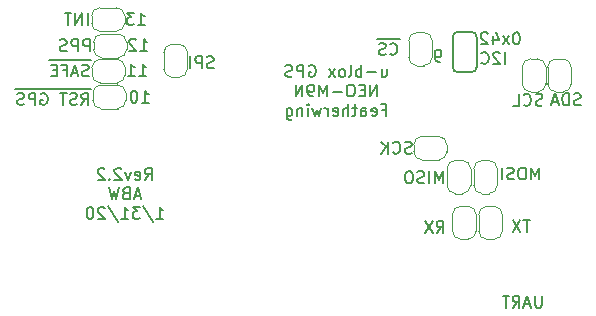
<source format=gbr>
G04 #@! TF.GenerationSoftware,KiCad,Pcbnew,(5.1.4)-1*
G04 #@! TF.CreationDate,2020-01-31T22:29:49-05:00*
G04 #@! TF.ProjectId,Feather-NEO-M9N-GPS,46656174-6865-4722-9d4e-454f2d4d394e,rev?*
G04 #@! TF.SameCoordinates,Original*
G04 #@! TF.FileFunction,Legend,Bot*
G04 #@! TF.FilePolarity,Positive*
%FSLAX46Y46*%
G04 Gerber Fmt 4.6, Leading zero omitted, Abs format (unit mm)*
G04 Created by KiCad (PCBNEW (5.1.4)-1) date 2020-01-31 22:29:49*
%MOMM*%
%LPD*%
G04 APERTURE LIST*
%ADD10C,0.150000*%
%ADD11C,0.120000*%
%ADD12C,0.203200*%
G04 APERTURE END LIST*
D10*
X165798476Y-79654660D02*
X165608000Y-79654660D01*
X165512761Y-79607041D01*
X165465142Y-79559422D01*
X165369904Y-79416565D01*
X165322285Y-79226089D01*
X165322285Y-78845137D01*
X165369904Y-78749899D01*
X165417523Y-78702280D01*
X165512761Y-78654660D01*
X165703238Y-78654660D01*
X165798476Y-78702280D01*
X165846095Y-78749899D01*
X165893714Y-78845137D01*
X165893714Y-79083232D01*
X165846095Y-79178470D01*
X165798476Y-79226089D01*
X165703238Y-79273708D01*
X165512761Y-79273708D01*
X165417523Y-79226089D01*
X165369904Y-79178470D01*
X165322285Y-79083232D01*
X140538176Y-83116680D02*
X141109604Y-83116680D01*
X140823890Y-83116680D02*
X140823890Y-82116680D01*
X140919128Y-82259538D01*
X141014366Y-82354776D01*
X141109604Y-82402395D01*
X139919128Y-82116680D02*
X139823890Y-82116680D01*
X139728652Y-82164300D01*
X139681033Y-82211919D01*
X139633414Y-82307157D01*
X139585795Y-82497633D01*
X139585795Y-82735728D01*
X139633414Y-82926204D01*
X139681033Y-83021442D01*
X139728652Y-83069061D01*
X139823890Y-83116680D01*
X139919128Y-83116680D01*
X140014366Y-83069061D01*
X140061985Y-83021442D01*
X140109604Y-82926204D01*
X140157223Y-82735728D01*
X140157223Y-82497633D01*
X140109604Y-82307157D01*
X140061985Y-82211919D01*
X140014366Y-82164300D01*
X139919128Y-82116680D01*
X140791036Y-89658180D02*
X141124369Y-89181990D01*
X141362464Y-89658180D02*
X141362464Y-88658180D01*
X140981512Y-88658180D01*
X140886274Y-88705800D01*
X140838655Y-88753419D01*
X140791036Y-88848657D01*
X140791036Y-88991514D01*
X140838655Y-89086752D01*
X140886274Y-89134371D01*
X140981512Y-89181990D01*
X141362464Y-89181990D01*
X139981512Y-89610561D02*
X140076750Y-89658180D01*
X140267226Y-89658180D01*
X140362464Y-89610561D01*
X140410083Y-89515323D01*
X140410083Y-89134371D01*
X140362464Y-89039133D01*
X140267226Y-88991514D01*
X140076750Y-88991514D01*
X139981512Y-89039133D01*
X139933893Y-89134371D01*
X139933893Y-89229609D01*
X140410083Y-89324847D01*
X139600560Y-88991514D02*
X139362464Y-89658180D01*
X139124369Y-88991514D01*
X138791036Y-88753419D02*
X138743417Y-88705800D01*
X138648179Y-88658180D01*
X138410083Y-88658180D01*
X138314845Y-88705800D01*
X138267226Y-88753419D01*
X138219607Y-88848657D01*
X138219607Y-88943895D01*
X138267226Y-89086752D01*
X138838655Y-89658180D01*
X138219607Y-89658180D01*
X137791036Y-89562942D02*
X137743417Y-89610561D01*
X137791036Y-89658180D01*
X137838655Y-89610561D01*
X137791036Y-89562942D01*
X137791036Y-89658180D01*
X137362464Y-88753419D02*
X137314845Y-88705800D01*
X137219607Y-88658180D01*
X136981512Y-88658180D01*
X136886274Y-88705800D01*
X136838655Y-88753419D01*
X136791036Y-88848657D01*
X136791036Y-88943895D01*
X136838655Y-89086752D01*
X137410083Y-89658180D01*
X136791036Y-89658180D01*
X140410083Y-91022466D02*
X139933893Y-91022466D01*
X140505321Y-91308180D02*
X140171988Y-90308180D01*
X139838655Y-91308180D01*
X139171988Y-90784371D02*
X139029131Y-90831990D01*
X138981512Y-90879609D01*
X138933893Y-90974847D01*
X138933893Y-91117704D01*
X138981512Y-91212942D01*
X139029131Y-91260561D01*
X139124369Y-91308180D01*
X139505321Y-91308180D01*
X139505321Y-90308180D01*
X139171988Y-90308180D01*
X139076750Y-90355800D01*
X139029131Y-90403419D01*
X138981512Y-90498657D01*
X138981512Y-90593895D01*
X139029131Y-90689133D01*
X139076750Y-90736752D01*
X139171988Y-90784371D01*
X139505321Y-90784371D01*
X138600560Y-90308180D02*
X138362464Y-91308180D01*
X138171988Y-90593895D01*
X137981512Y-91308180D01*
X137743417Y-90308180D01*
X141767226Y-92958180D02*
X142338655Y-92958180D01*
X142052940Y-92958180D02*
X142052940Y-91958180D01*
X142148179Y-92101038D01*
X142243417Y-92196276D01*
X142338655Y-92243895D01*
X140624369Y-91910561D02*
X141481512Y-93196276D01*
X140386274Y-91958180D02*
X139767226Y-91958180D01*
X140100560Y-92339133D01*
X139957702Y-92339133D01*
X139862464Y-92386752D01*
X139814845Y-92434371D01*
X139767226Y-92529609D01*
X139767226Y-92767704D01*
X139814845Y-92862942D01*
X139862464Y-92910561D01*
X139957702Y-92958180D01*
X140243417Y-92958180D01*
X140338655Y-92910561D01*
X140386274Y-92862942D01*
X138814845Y-92958180D02*
X139386274Y-92958180D01*
X139100560Y-92958180D02*
X139100560Y-91958180D01*
X139195798Y-92101038D01*
X139291036Y-92196276D01*
X139386274Y-92243895D01*
X137671988Y-91910561D02*
X138529131Y-93196276D01*
X137386274Y-92053419D02*
X137338655Y-92005800D01*
X137243417Y-91958180D01*
X137005321Y-91958180D01*
X136910083Y-92005800D01*
X136862464Y-92053419D01*
X136814845Y-92148657D01*
X136814845Y-92243895D01*
X136862464Y-92386752D01*
X137433893Y-92958180D01*
X136814845Y-92958180D01*
X136195798Y-91958180D02*
X136100560Y-91958180D01*
X136005321Y-92005800D01*
X135957702Y-92053419D01*
X135910083Y-92148657D01*
X135862464Y-92339133D01*
X135862464Y-92577228D01*
X135910083Y-92767704D01*
X135957702Y-92862942D01*
X136005321Y-92910561D01*
X136100560Y-92958180D01*
X136195798Y-92958180D01*
X136291036Y-92910561D01*
X136338655Y-92862942D01*
X136386274Y-92767704D01*
X136433893Y-92577228D01*
X136433893Y-92339133D01*
X136386274Y-92148657D01*
X136338655Y-92053419D01*
X136291036Y-92005800D01*
X136195798Y-91958180D01*
X160843433Y-80279314D02*
X160843433Y-80945980D01*
X161272004Y-80279314D02*
X161272004Y-80803123D01*
X161224385Y-80898361D01*
X161129147Y-80945980D01*
X160986290Y-80945980D01*
X160891052Y-80898361D01*
X160843433Y-80850742D01*
X160367242Y-80565028D02*
X159605338Y-80565028D01*
X159129147Y-80945980D02*
X159129147Y-79945980D01*
X159129147Y-80326933D02*
X159033909Y-80279314D01*
X158843433Y-80279314D01*
X158748195Y-80326933D01*
X158700576Y-80374552D01*
X158652957Y-80469790D01*
X158652957Y-80755504D01*
X158700576Y-80850742D01*
X158748195Y-80898361D01*
X158843433Y-80945980D01*
X159033909Y-80945980D01*
X159129147Y-80898361D01*
X158081528Y-80945980D02*
X158176766Y-80898361D01*
X158224385Y-80803123D01*
X158224385Y-79945980D01*
X157557719Y-80945980D02*
X157652957Y-80898361D01*
X157700576Y-80850742D01*
X157748195Y-80755504D01*
X157748195Y-80469790D01*
X157700576Y-80374552D01*
X157652957Y-80326933D01*
X157557719Y-80279314D01*
X157414861Y-80279314D01*
X157319623Y-80326933D01*
X157272004Y-80374552D01*
X157224385Y-80469790D01*
X157224385Y-80755504D01*
X157272004Y-80850742D01*
X157319623Y-80898361D01*
X157414861Y-80945980D01*
X157557719Y-80945980D01*
X156891052Y-80945980D02*
X156367242Y-80279314D01*
X156891052Y-80279314D02*
X156367242Y-80945980D01*
X154700576Y-79993600D02*
X154795814Y-79945980D01*
X154938671Y-79945980D01*
X155081528Y-79993600D01*
X155176766Y-80088838D01*
X155224385Y-80184076D01*
X155272004Y-80374552D01*
X155272004Y-80517409D01*
X155224385Y-80707885D01*
X155176766Y-80803123D01*
X155081528Y-80898361D01*
X154938671Y-80945980D01*
X154843433Y-80945980D01*
X154700576Y-80898361D01*
X154652957Y-80850742D01*
X154652957Y-80517409D01*
X154843433Y-80517409D01*
X154224385Y-80945980D02*
X154224385Y-79945980D01*
X153843433Y-79945980D01*
X153748195Y-79993600D01*
X153700576Y-80041219D01*
X153652957Y-80136457D01*
X153652957Y-80279314D01*
X153700576Y-80374552D01*
X153748195Y-80422171D01*
X153843433Y-80469790D01*
X154224385Y-80469790D01*
X153272004Y-80898361D02*
X153129147Y-80945980D01*
X152891052Y-80945980D01*
X152795814Y-80898361D01*
X152748195Y-80850742D01*
X152700576Y-80755504D01*
X152700576Y-80660266D01*
X152748195Y-80565028D01*
X152795814Y-80517409D01*
X152891052Y-80469790D01*
X153081528Y-80422171D01*
X153176766Y-80374552D01*
X153224385Y-80326933D01*
X153272004Y-80231695D01*
X153272004Y-80136457D01*
X153224385Y-80041219D01*
X153176766Y-79993600D01*
X153081528Y-79945980D01*
X152843433Y-79945980D01*
X152700576Y-79993600D01*
X160462480Y-82595980D02*
X160462480Y-81595980D01*
X159891052Y-82595980D01*
X159891052Y-81595980D01*
X159414861Y-82072171D02*
X159081528Y-82072171D01*
X158938671Y-82595980D02*
X159414861Y-82595980D01*
X159414861Y-81595980D01*
X158938671Y-81595980D01*
X158319623Y-81595980D02*
X158129147Y-81595980D01*
X158033909Y-81643600D01*
X157938671Y-81738838D01*
X157891052Y-81929314D01*
X157891052Y-82262647D01*
X157938671Y-82453123D01*
X158033909Y-82548361D01*
X158129147Y-82595980D01*
X158319623Y-82595980D01*
X158414861Y-82548361D01*
X158510100Y-82453123D01*
X158557719Y-82262647D01*
X158557719Y-81929314D01*
X158510100Y-81738838D01*
X158414861Y-81643600D01*
X158319623Y-81595980D01*
X157462480Y-82215028D02*
X156700576Y-82215028D01*
X156224385Y-82595980D02*
X156224385Y-81595980D01*
X155891052Y-82310266D01*
X155557719Y-81595980D01*
X155557719Y-82595980D01*
X155033909Y-82595980D02*
X154843433Y-82595980D01*
X154748195Y-82548361D01*
X154700576Y-82500742D01*
X154605338Y-82357885D01*
X154557719Y-82167409D01*
X154557719Y-81786457D01*
X154605338Y-81691219D01*
X154652957Y-81643600D01*
X154748195Y-81595980D01*
X154938671Y-81595980D01*
X155033909Y-81643600D01*
X155081528Y-81691219D01*
X155129147Y-81786457D01*
X155129147Y-82024552D01*
X155081528Y-82119790D01*
X155033909Y-82167409D01*
X154938671Y-82215028D01*
X154748195Y-82215028D01*
X154652957Y-82167409D01*
X154605338Y-82119790D01*
X154557719Y-82024552D01*
X154129147Y-82595980D02*
X154129147Y-81595980D01*
X153557719Y-82595980D01*
X153557719Y-81595980D01*
X160891052Y-83722171D02*
X161224385Y-83722171D01*
X161224385Y-84245980D02*
X161224385Y-83245980D01*
X160748195Y-83245980D01*
X159986290Y-84198361D02*
X160081528Y-84245980D01*
X160272004Y-84245980D01*
X160367242Y-84198361D01*
X160414861Y-84103123D01*
X160414861Y-83722171D01*
X160367242Y-83626933D01*
X160272004Y-83579314D01*
X160081528Y-83579314D01*
X159986290Y-83626933D01*
X159938671Y-83722171D01*
X159938671Y-83817409D01*
X160414861Y-83912647D01*
X159081528Y-84245980D02*
X159081528Y-83722171D01*
X159129147Y-83626933D01*
X159224385Y-83579314D01*
X159414861Y-83579314D01*
X159510100Y-83626933D01*
X159081528Y-84198361D02*
X159176766Y-84245980D01*
X159414861Y-84245980D01*
X159510100Y-84198361D01*
X159557719Y-84103123D01*
X159557719Y-84007885D01*
X159510100Y-83912647D01*
X159414861Y-83865028D01*
X159176766Y-83865028D01*
X159081528Y-83817409D01*
X158748195Y-83579314D02*
X158367242Y-83579314D01*
X158605338Y-83245980D02*
X158605338Y-84103123D01*
X158557719Y-84198361D01*
X158462480Y-84245980D01*
X158367242Y-84245980D01*
X158033909Y-84245980D02*
X158033909Y-83245980D01*
X157605338Y-84245980D02*
X157605338Y-83722171D01*
X157652957Y-83626933D01*
X157748195Y-83579314D01*
X157891052Y-83579314D01*
X157986290Y-83626933D01*
X158033909Y-83674552D01*
X156748195Y-84198361D02*
X156843433Y-84245980D01*
X157033909Y-84245980D01*
X157129147Y-84198361D01*
X157176766Y-84103123D01*
X157176766Y-83722171D01*
X157129147Y-83626933D01*
X157033909Y-83579314D01*
X156843433Y-83579314D01*
X156748195Y-83626933D01*
X156700576Y-83722171D01*
X156700576Y-83817409D01*
X157176766Y-83912647D01*
X156272004Y-84245980D02*
X156272004Y-83579314D01*
X156272004Y-83769790D02*
X156224385Y-83674552D01*
X156176766Y-83626933D01*
X156081528Y-83579314D01*
X155986290Y-83579314D01*
X155748195Y-83579314D02*
X155557719Y-84245980D01*
X155367242Y-83769790D01*
X155176766Y-84245980D01*
X154986290Y-83579314D01*
X154605338Y-84245980D02*
X154605338Y-83579314D01*
X154605338Y-83245980D02*
X154652957Y-83293600D01*
X154605338Y-83341219D01*
X154557719Y-83293600D01*
X154605338Y-83245980D01*
X154605338Y-83341219D01*
X154129147Y-83579314D02*
X154129147Y-84245980D01*
X154129147Y-83674552D02*
X154081528Y-83626933D01*
X153986290Y-83579314D01*
X153843433Y-83579314D01*
X153748195Y-83626933D01*
X153700576Y-83722171D01*
X153700576Y-84245980D01*
X152795814Y-83579314D02*
X152795814Y-84388838D01*
X152843433Y-84484076D01*
X152891052Y-84531695D01*
X152986290Y-84579314D01*
X153129147Y-84579314D01*
X153224385Y-84531695D01*
X152795814Y-84198361D02*
X152891052Y-84245980D01*
X153081528Y-84245980D01*
X153176766Y-84198361D01*
X153224385Y-84150742D01*
X153272004Y-84055504D01*
X153272004Y-83769790D01*
X153224385Y-83674552D01*
X153176766Y-83626933D01*
X153081528Y-83579314D01*
X152891052Y-83579314D01*
X152795814Y-83626933D01*
X172290881Y-77186540D02*
X172195643Y-77186540D01*
X172100405Y-77234160D01*
X172052786Y-77281779D01*
X172005167Y-77377017D01*
X171957548Y-77567493D01*
X171957548Y-77805588D01*
X172005167Y-77996064D01*
X172052786Y-78091302D01*
X172100405Y-78138921D01*
X172195643Y-78186540D01*
X172290881Y-78186540D01*
X172386120Y-78138921D01*
X172433739Y-78091302D01*
X172481358Y-77996064D01*
X172528977Y-77805588D01*
X172528977Y-77567493D01*
X172481358Y-77377017D01*
X172433739Y-77281779D01*
X172386120Y-77234160D01*
X172290881Y-77186540D01*
X171624215Y-78186540D02*
X171100405Y-77519874D01*
X171624215Y-77519874D02*
X171100405Y-78186540D01*
X170290881Y-77519874D02*
X170290881Y-78186540D01*
X170528977Y-77138921D02*
X170767072Y-77853207D01*
X170148024Y-77853207D01*
X169814691Y-77281779D02*
X169767072Y-77234160D01*
X169671834Y-77186540D01*
X169433739Y-77186540D01*
X169338500Y-77234160D01*
X169290881Y-77281779D01*
X169243262Y-77377017D01*
X169243262Y-77472255D01*
X169290881Y-77615112D01*
X169862310Y-78186540D01*
X169243262Y-78186540D01*
X174416838Y-99477580D02*
X174416838Y-100287104D01*
X174369219Y-100382342D01*
X174321600Y-100429961D01*
X174226361Y-100477580D01*
X174035885Y-100477580D01*
X173940647Y-100429961D01*
X173893028Y-100382342D01*
X173845409Y-100287104D01*
X173845409Y-99477580D01*
X173416838Y-100191866D02*
X172940647Y-100191866D01*
X173512076Y-100477580D02*
X173178742Y-99477580D01*
X172845409Y-100477580D01*
X171940647Y-100477580D02*
X172273980Y-100001390D01*
X172512076Y-100477580D02*
X172512076Y-99477580D01*
X172131123Y-99477580D01*
X172035885Y-99525200D01*
X171988266Y-99572819D01*
X171940647Y-99668057D01*
X171940647Y-99810914D01*
X171988266Y-99906152D01*
X172035885Y-99953771D01*
X172131123Y-100001390D01*
X172512076Y-100001390D01*
X171654933Y-99477580D02*
X171083504Y-99477580D01*
X171369219Y-100477580D02*
X171369219Y-99477580D01*
X140309576Y-80856080D02*
X140881004Y-80856080D01*
X140595290Y-80856080D02*
X140595290Y-79856080D01*
X140690528Y-79998938D01*
X140785766Y-80094176D01*
X140881004Y-80141795D01*
X139357195Y-80856080D02*
X139928623Y-80856080D01*
X139642909Y-80856080D02*
X139642909Y-79856080D01*
X139738147Y-79998938D01*
X139833385Y-80094176D01*
X139928623Y-80141795D01*
X140411176Y-78722480D02*
X140982604Y-78722480D01*
X140696890Y-78722480D02*
X140696890Y-77722480D01*
X140792128Y-77865338D01*
X140887366Y-77960576D01*
X140982604Y-78008195D01*
X140030223Y-77817719D02*
X139982604Y-77770100D01*
X139887366Y-77722480D01*
X139649271Y-77722480D01*
X139554033Y-77770100D01*
X139506414Y-77817719D01*
X139458795Y-77912957D01*
X139458795Y-78008195D01*
X139506414Y-78151052D01*
X140077842Y-78722480D01*
X139458795Y-78722480D01*
X140207976Y-76525380D02*
X140779404Y-76525380D01*
X140493690Y-76525380D02*
X140493690Y-75525380D01*
X140588928Y-75668238D01*
X140684166Y-75763476D01*
X140779404Y-75811095D01*
X139874642Y-75525380D02*
X139255595Y-75525380D01*
X139588928Y-75906333D01*
X139446071Y-75906333D01*
X139350833Y-75953952D01*
X139303214Y-76001571D01*
X139255595Y-76096809D01*
X139255595Y-76334904D01*
X139303214Y-76430142D01*
X139350833Y-76477761D01*
X139446071Y-76525380D01*
X139731785Y-76525380D01*
X139827023Y-76477761D01*
X139874642Y-76430142D01*
D11*
X164260300Y-87982300D02*
X165660300Y-87982300D01*
X166360300Y-87282300D02*
X166360300Y-86682300D01*
X165660300Y-85982300D02*
X164260300Y-85982300D01*
X163560300Y-86682300D02*
X163560300Y-87282300D01*
X163560300Y-87282300D02*
G75*
G03X164260300Y-87982300I700000J0D01*
G01*
X164260300Y-85982300D02*
G75*
G03X163560300Y-86682300I0J-700000D01*
G01*
X166360300Y-86682300D02*
G75*
G03X165660300Y-85982300I-700000J0D01*
G01*
X165660300Y-87982300D02*
G75*
G03X166360300Y-87282300I0J700000D01*
G01*
X163122100Y-77887600D02*
X163122100Y-79287600D01*
X163822100Y-79987600D02*
X164422100Y-79987600D01*
X165122100Y-79287600D02*
X165122100Y-77887600D01*
X164422100Y-77187600D02*
X163822100Y-77187600D01*
X163822100Y-77187600D02*
G75*
G03X163122100Y-77887600I0J-700000D01*
G01*
X165122100Y-77887600D02*
G75*
G03X164422100Y-77187600I-700000J0D01*
G01*
X164422100Y-79987600D02*
G75*
G03X165122100Y-79287600I0J700000D01*
G01*
X163122100Y-79287600D02*
G75*
G03X163822100Y-79987600I700000J0D01*
G01*
X142395700Y-78878200D02*
X142395700Y-80278200D01*
X143095700Y-80978200D02*
X143695700Y-80978200D01*
X144395700Y-80278200D02*
X144395700Y-78878200D01*
X143695700Y-78178200D02*
X143095700Y-78178200D01*
X143095700Y-78178200D02*
G75*
G03X142395700Y-78878200I0J-700000D01*
G01*
X144395700Y-78878200D02*
G75*
G03X143695700Y-78178200I-700000J0D01*
G01*
X143695700Y-80978200D02*
G75*
G03X144395700Y-80278200I0J700000D01*
G01*
X142395700Y-80278200D02*
G75*
G03X143095700Y-80978200I700000J0D01*
G01*
X168633900Y-88720700D02*
X168633900Y-90120700D01*
X169333900Y-90820700D02*
X169933900Y-90820700D01*
X170633900Y-90120700D02*
X170633900Y-88720700D01*
X169933900Y-88020700D02*
X169333900Y-88020700D01*
X169333900Y-88020700D02*
G75*
G03X168633900Y-88720700I0J-700000D01*
G01*
X170633900Y-88720700D02*
G75*
G03X169933900Y-88020700I-700000J0D01*
G01*
X169933900Y-90820700D02*
G75*
G03X170633900Y-90120700I0J700000D01*
G01*
X168633900Y-90120700D02*
G75*
G03X169333900Y-90820700I700000J0D01*
G01*
X168373300Y-90120700D02*
X168373300Y-88720700D01*
X167673300Y-88020700D02*
X167073300Y-88020700D01*
X166373300Y-88720700D02*
X166373300Y-90120700D01*
X167073300Y-90820700D02*
X167673300Y-90820700D01*
X167673300Y-90820700D02*
G75*
G03X168373300Y-90120700I0J700000D01*
G01*
X166373300Y-90120700D02*
G75*
G03X167073300Y-90820700I700000J0D01*
G01*
X167073300Y-88020700D02*
G75*
G03X166373300Y-88720700I0J-700000D01*
G01*
X168373300Y-88720700D02*
G75*
G03X167673300Y-88020700I-700000J0D01*
G01*
X137082300Y-83626200D02*
X138482300Y-83626200D01*
X139182300Y-82926200D02*
X139182300Y-82326200D01*
X138482300Y-81626200D02*
X137082300Y-81626200D01*
X136382300Y-82326200D02*
X136382300Y-82926200D01*
X136382300Y-82926200D02*
G75*
G03X137082300Y-83626200I700000J0D01*
G01*
X137082300Y-81626200D02*
G75*
G03X136382300Y-82326200I0J-700000D01*
G01*
X139182300Y-82326200D02*
G75*
G03X138482300Y-81626200I-700000J0D01*
G01*
X138482300Y-83626200D02*
G75*
G03X139182300Y-82926200I0J700000D01*
G01*
D12*
X166852600Y-77571600D02*
X166852600Y-80111600D01*
X168427400Y-77114400D02*
X167309800Y-77114400D01*
X168427400Y-80568800D02*
X167309800Y-80568800D01*
X168427400Y-80568800D02*
G75*
G03X168884600Y-80111600I0J457200D01*
G01*
X168884600Y-77571600D02*
G75*
G03X168427400Y-77114400I-457200J0D01*
G01*
X166852600Y-77571600D02*
G75*
G02X167309800Y-77114400I457200J0D01*
G01*
X167309800Y-80568800D02*
G75*
G02X166852600Y-80111600I0J457200D01*
G01*
X168884600Y-80111600D02*
X168884600Y-77571600D01*
D11*
X137016500Y-81454500D02*
X138416500Y-81454500D01*
X139116500Y-80754500D02*
X139116500Y-80154500D01*
X138416500Y-79454500D02*
X137016500Y-79454500D01*
X136316500Y-80154500D02*
X136316500Y-80754500D01*
X136316500Y-80754500D02*
G75*
G03X137016500Y-81454500I700000J0D01*
G01*
X137016500Y-79454500D02*
G75*
G03X136316500Y-80154500I0J-700000D01*
G01*
X139116500Y-80154500D02*
G75*
G03X138416500Y-79454500I-700000J0D01*
G01*
X138416500Y-81454500D02*
G75*
G03X139116500Y-80754500I0J700000D01*
G01*
X137145800Y-79320900D02*
X138545800Y-79320900D01*
X139245800Y-78620900D02*
X139245800Y-78020900D01*
X138545800Y-77320900D02*
X137145800Y-77320900D01*
X136445800Y-78020900D02*
X136445800Y-78620900D01*
X136445800Y-78620900D02*
G75*
G03X137145800Y-79320900I700000J0D01*
G01*
X137145800Y-77320900D02*
G75*
G03X136445800Y-78020900I0J-700000D01*
G01*
X139245800Y-78020900D02*
G75*
G03X138545800Y-77320900I-700000J0D01*
G01*
X138545800Y-79320900D02*
G75*
G03X139245800Y-78620900I0J700000D01*
G01*
X136980700Y-77085700D02*
X138380700Y-77085700D01*
X139080700Y-76385700D02*
X139080700Y-75785700D01*
X138380700Y-75085700D02*
X136980700Y-75085700D01*
X136280700Y-75785700D02*
X136280700Y-76385700D01*
X136280700Y-76385700D02*
G75*
G03X136980700Y-77085700I700000J0D01*
G01*
X136980700Y-75085700D02*
G75*
G03X136280700Y-75785700I0J-700000D01*
G01*
X139080700Y-75785700D02*
G75*
G03X138380700Y-75085700I-700000J0D01*
G01*
X138380700Y-77085700D02*
G75*
G03X139080700Y-76385700I0J700000D01*
G01*
X168835580Y-93994200D02*
X168835580Y-92594200D01*
X168135580Y-91894200D02*
X167535580Y-91894200D01*
X166835580Y-92594200D02*
X166835580Y-93994200D01*
X167535580Y-94694200D02*
X168135580Y-94694200D01*
X168135580Y-94694200D02*
G75*
G03X168835580Y-93994200I0J700000D01*
G01*
X166835580Y-93994200D02*
G75*
G03X167535580Y-94694200I700000J0D01*
G01*
X167535580Y-91894200D02*
G75*
G03X166835580Y-92594200I0J-700000D01*
G01*
X168835580Y-92594200D02*
G75*
G03X168135580Y-91894200I-700000J0D01*
G01*
X169055540Y-92599280D02*
X169055540Y-93999280D01*
X169755540Y-94699280D02*
X170355540Y-94699280D01*
X171055540Y-93999280D02*
X171055540Y-92599280D01*
X170355540Y-91899280D02*
X169755540Y-91899280D01*
X169755540Y-91899280D02*
G75*
G03X169055540Y-92599280I0J-700000D01*
G01*
X171055540Y-92599280D02*
G75*
G03X170355540Y-91899280I-700000J0D01*
G01*
X170355540Y-94699280D02*
G75*
G03X171055540Y-93999280I0J700000D01*
G01*
X169055540Y-93999280D02*
G75*
G03X169755540Y-94699280I700000J0D01*
G01*
X174746160Y-81522800D02*
X174746160Y-80122800D01*
X174046160Y-79422800D02*
X173446160Y-79422800D01*
X172746160Y-80122800D02*
X172746160Y-81522800D01*
X173446160Y-82222800D02*
X174046160Y-82222800D01*
X174046160Y-82222800D02*
G75*
G03X174746160Y-81522800I0J700000D01*
G01*
X172746160Y-81522800D02*
G75*
G03X173446160Y-82222800I700000J0D01*
G01*
X173446160Y-79422800D02*
G75*
G03X172746160Y-80122800I0J-700000D01*
G01*
X174746160Y-80122800D02*
G75*
G03X174046160Y-79422800I-700000J0D01*
G01*
X176895000Y-81522800D02*
X176895000Y-80122800D01*
X176195000Y-79422800D02*
X175595000Y-79422800D01*
X174895000Y-80122800D02*
X174895000Y-81522800D01*
X175595000Y-82222800D02*
X176195000Y-82222800D01*
X176195000Y-82222800D02*
G75*
G03X176895000Y-81522800I0J700000D01*
G01*
X174895000Y-81522800D02*
G75*
G03X175595000Y-82222800I700000J0D01*
G01*
X175595000Y-79422800D02*
G75*
G03X174895000Y-80122800I0J-700000D01*
G01*
X176895000Y-80122800D02*
G75*
G03X176195000Y-79422800I-700000J0D01*
G01*
D10*
X163375814Y-87387061D02*
X163232957Y-87434680D01*
X162994861Y-87434680D01*
X162899623Y-87387061D01*
X162852004Y-87339442D01*
X162804385Y-87244204D01*
X162804385Y-87148966D01*
X162852004Y-87053728D01*
X162899623Y-87006109D01*
X162994861Y-86958490D01*
X163185338Y-86910871D01*
X163280576Y-86863252D01*
X163328195Y-86815633D01*
X163375814Y-86720395D01*
X163375814Y-86625157D01*
X163328195Y-86529919D01*
X163280576Y-86482300D01*
X163185338Y-86434680D01*
X162947242Y-86434680D01*
X162804385Y-86482300D01*
X161804385Y-87339442D02*
X161852004Y-87387061D01*
X161994861Y-87434680D01*
X162090100Y-87434680D01*
X162232957Y-87387061D01*
X162328195Y-87291823D01*
X162375814Y-87196585D01*
X162423433Y-87006109D01*
X162423433Y-86863252D01*
X162375814Y-86672776D01*
X162328195Y-86577538D01*
X162232957Y-86482300D01*
X162090100Y-86434680D01*
X161994861Y-86434680D01*
X161852004Y-86482300D01*
X161804385Y-86529919D01*
X161375814Y-87434680D02*
X161375814Y-86434680D01*
X160804385Y-87434680D02*
X161232957Y-86863252D01*
X160804385Y-86434680D02*
X161375814Y-87006109D01*
X162367790Y-77710700D02*
X161367790Y-77710700D01*
X161558266Y-78982842D02*
X161605885Y-79030461D01*
X161748742Y-79078080D01*
X161843980Y-79078080D01*
X161986838Y-79030461D01*
X162082076Y-78935223D01*
X162129695Y-78839985D01*
X162177314Y-78649509D01*
X162177314Y-78506652D01*
X162129695Y-78316176D01*
X162082076Y-78220938D01*
X161986838Y-78125700D01*
X161843980Y-78078080D01*
X161748742Y-78078080D01*
X161605885Y-78125700D01*
X161558266Y-78173319D01*
X161367790Y-77710700D02*
X160415409Y-77710700D01*
X161177314Y-79030461D02*
X161034457Y-79078080D01*
X160796361Y-79078080D01*
X160701123Y-79030461D01*
X160653504Y-78982842D01*
X160605885Y-78887604D01*
X160605885Y-78792366D01*
X160653504Y-78697128D01*
X160701123Y-78649509D01*
X160796361Y-78601890D01*
X160986838Y-78554271D01*
X161082076Y-78506652D01*
X161129695Y-78459033D01*
X161177314Y-78363795D01*
X161177314Y-78268557D01*
X161129695Y-78173319D01*
X161082076Y-78125700D01*
X160986838Y-78078080D01*
X160748742Y-78078080D01*
X160605885Y-78125700D01*
X146606449Y-80165841D02*
X146463592Y-80213460D01*
X146225497Y-80213460D01*
X146130259Y-80165841D01*
X146082640Y-80118222D01*
X146035020Y-80022984D01*
X146035020Y-79927746D01*
X146082640Y-79832508D01*
X146130259Y-79784889D01*
X146225497Y-79737270D01*
X146415973Y-79689651D01*
X146511211Y-79642032D01*
X146558830Y-79594413D01*
X146606449Y-79499175D01*
X146606449Y-79403937D01*
X146558830Y-79308699D01*
X146511211Y-79261080D01*
X146415973Y-79213460D01*
X146177878Y-79213460D01*
X146035020Y-79261080D01*
X145606449Y-80213460D02*
X145606449Y-79213460D01*
X145225497Y-79213460D01*
X145130259Y-79261080D01*
X145082640Y-79308699D01*
X145035020Y-79403937D01*
X145035020Y-79546794D01*
X145082640Y-79642032D01*
X145130259Y-79689651D01*
X145225497Y-79737270D01*
X145606449Y-79737270D01*
X144606449Y-80213460D02*
X144606449Y-79213460D01*
X174189828Y-89631780D02*
X174189828Y-88631780D01*
X173856495Y-89346066D01*
X173523161Y-88631780D01*
X173523161Y-89631780D01*
X172856495Y-88631780D02*
X172666019Y-88631780D01*
X172570780Y-88679400D01*
X172475542Y-88774638D01*
X172427923Y-88965114D01*
X172427923Y-89298447D01*
X172475542Y-89488923D01*
X172570780Y-89584161D01*
X172666019Y-89631780D01*
X172856495Y-89631780D01*
X172951733Y-89584161D01*
X173046971Y-89488923D01*
X173094590Y-89298447D01*
X173094590Y-88965114D01*
X173046971Y-88774638D01*
X172951733Y-88679400D01*
X172856495Y-88631780D01*
X172046971Y-89584161D02*
X171904114Y-89631780D01*
X171666019Y-89631780D01*
X171570780Y-89584161D01*
X171523161Y-89536542D01*
X171475542Y-89441304D01*
X171475542Y-89346066D01*
X171523161Y-89250828D01*
X171570780Y-89203209D01*
X171666019Y-89155590D01*
X171856495Y-89107971D01*
X171951733Y-89060352D01*
X171999352Y-89012733D01*
X172046971Y-88917495D01*
X172046971Y-88822257D01*
X171999352Y-88727019D01*
X171951733Y-88679400D01*
X171856495Y-88631780D01*
X171618400Y-88631780D01*
X171475542Y-88679400D01*
X171046971Y-89631780D02*
X171046971Y-88631780D01*
X166011028Y-89949280D02*
X166011028Y-88949280D01*
X165677695Y-89663566D01*
X165344361Y-88949280D01*
X165344361Y-89949280D01*
X164868171Y-89949280D02*
X164868171Y-88949280D01*
X164439600Y-89901661D02*
X164296742Y-89949280D01*
X164058647Y-89949280D01*
X163963409Y-89901661D01*
X163915790Y-89854042D01*
X163868171Y-89758804D01*
X163868171Y-89663566D01*
X163915790Y-89568328D01*
X163963409Y-89520709D01*
X164058647Y-89473090D01*
X164249123Y-89425471D01*
X164344361Y-89377852D01*
X164391980Y-89330233D01*
X164439600Y-89234995D01*
X164439600Y-89139757D01*
X164391980Y-89044519D01*
X164344361Y-88996900D01*
X164249123Y-88949280D01*
X164011028Y-88949280D01*
X163868171Y-88996900D01*
X163249123Y-88949280D02*
X163058647Y-88949280D01*
X162963409Y-88996900D01*
X162868171Y-89092138D01*
X162820552Y-89282614D01*
X162820552Y-89615947D01*
X162868171Y-89806423D01*
X162963409Y-89901661D01*
X163058647Y-89949280D01*
X163249123Y-89949280D01*
X163344361Y-89901661D01*
X163439600Y-89806423D01*
X163487219Y-89615947D01*
X163487219Y-89282614D01*
X163439600Y-89092138D01*
X163344361Y-88996900D01*
X163249123Y-88949280D01*
X136234085Y-81939800D02*
X135234085Y-81939800D01*
X135424561Y-83307180D02*
X135757895Y-82830990D01*
X135995990Y-83307180D02*
X135995990Y-82307180D01*
X135615038Y-82307180D01*
X135519800Y-82354800D01*
X135472180Y-82402419D01*
X135424561Y-82497657D01*
X135424561Y-82640514D01*
X135472180Y-82735752D01*
X135519800Y-82783371D01*
X135615038Y-82830990D01*
X135995990Y-82830990D01*
X135234085Y-81939800D02*
X134281704Y-81939800D01*
X135043609Y-83259561D02*
X134900752Y-83307180D01*
X134662657Y-83307180D01*
X134567419Y-83259561D01*
X134519800Y-83211942D01*
X134472180Y-83116704D01*
X134472180Y-83021466D01*
X134519800Y-82926228D01*
X134567419Y-82878609D01*
X134662657Y-82830990D01*
X134853133Y-82783371D01*
X134948371Y-82735752D01*
X134995990Y-82688133D01*
X135043609Y-82592895D01*
X135043609Y-82497657D01*
X134995990Y-82402419D01*
X134948371Y-82354800D01*
X134853133Y-82307180D01*
X134615038Y-82307180D01*
X134472180Y-82354800D01*
X134281704Y-81939800D02*
X133519800Y-81939800D01*
X134186466Y-82307180D02*
X133615038Y-82307180D01*
X133900752Y-83307180D02*
X133900752Y-82307180D01*
X133519800Y-81939800D02*
X132757895Y-81939800D01*
X132757895Y-81939800D02*
X131757895Y-81939800D01*
X131995990Y-82354800D02*
X132091228Y-82307180D01*
X132234085Y-82307180D01*
X132376942Y-82354800D01*
X132472180Y-82450038D01*
X132519800Y-82545276D01*
X132567419Y-82735752D01*
X132567419Y-82878609D01*
X132519800Y-83069085D01*
X132472180Y-83164323D01*
X132376942Y-83259561D01*
X132234085Y-83307180D01*
X132138847Y-83307180D01*
X131995990Y-83259561D01*
X131948371Y-83211942D01*
X131948371Y-82878609D01*
X132138847Y-82878609D01*
X131757895Y-81939800D02*
X130757895Y-81939800D01*
X131519800Y-83307180D02*
X131519800Y-82307180D01*
X131138847Y-82307180D01*
X131043609Y-82354800D01*
X130995990Y-82402419D01*
X130948371Y-82497657D01*
X130948371Y-82640514D01*
X130995990Y-82735752D01*
X131043609Y-82783371D01*
X131138847Y-82830990D01*
X131519800Y-82830990D01*
X130757895Y-81939800D02*
X129805514Y-81939800D01*
X130567419Y-83259561D02*
X130424561Y-83307180D01*
X130186466Y-83307180D01*
X130091228Y-83259561D01*
X130043609Y-83211942D01*
X129995990Y-83116704D01*
X129995990Y-83021466D01*
X130043609Y-82926228D01*
X130091228Y-82878609D01*
X130186466Y-82830990D01*
X130376942Y-82783371D01*
X130472180Y-82735752D01*
X130519800Y-82688133D01*
X130567419Y-82592895D01*
X130567419Y-82497657D01*
X130519800Y-82402419D01*
X130472180Y-82354800D01*
X130376942Y-82307180D01*
X130138847Y-82307180D01*
X129995990Y-82354800D01*
X171283190Y-79834620D02*
X171283190Y-78834620D01*
X170854619Y-78929859D02*
X170807000Y-78882240D01*
X170711761Y-78834620D01*
X170473666Y-78834620D01*
X170378428Y-78882240D01*
X170330809Y-78929859D01*
X170283190Y-79025097D01*
X170283190Y-79120335D01*
X170330809Y-79263192D01*
X170902238Y-79834620D01*
X170283190Y-79834620D01*
X169283190Y-79739382D02*
X169330809Y-79787001D01*
X169473666Y-79834620D01*
X169568904Y-79834620D01*
X169711761Y-79787001D01*
X169807000Y-79691763D01*
X169854619Y-79596525D01*
X169902238Y-79406049D01*
X169902238Y-79263192D01*
X169854619Y-79072716D01*
X169807000Y-78977478D01*
X169711761Y-78882240D01*
X169568904Y-78834620D01*
X169473666Y-78834620D01*
X169330809Y-78882240D01*
X169283190Y-78929859D01*
X136220534Y-79544580D02*
X135268153Y-79544580D01*
X136030058Y-80864341D02*
X135887200Y-80911960D01*
X135649105Y-80911960D01*
X135553867Y-80864341D01*
X135506248Y-80816722D01*
X135458629Y-80721484D01*
X135458629Y-80626246D01*
X135506248Y-80531008D01*
X135553867Y-80483389D01*
X135649105Y-80435770D01*
X135839581Y-80388151D01*
X135934820Y-80340532D01*
X135982439Y-80292913D01*
X136030058Y-80197675D01*
X136030058Y-80102437D01*
X135982439Y-80007199D01*
X135934820Y-79959580D01*
X135839581Y-79911960D01*
X135601486Y-79911960D01*
X135458629Y-79959580D01*
X135268153Y-79544580D02*
X134411010Y-79544580D01*
X135077677Y-80626246D02*
X134601486Y-80626246D01*
X135172915Y-80911960D02*
X134839581Y-79911960D01*
X134506248Y-80911960D01*
X134411010Y-79544580D02*
X133553867Y-79544580D01*
X133839581Y-80388151D02*
X134172915Y-80388151D01*
X134172915Y-80911960D02*
X134172915Y-79911960D01*
X133696724Y-79911960D01*
X133553867Y-79544580D02*
X132649105Y-79544580D01*
X133315772Y-80388151D02*
X132982439Y-80388151D01*
X132839581Y-80911960D02*
X133315772Y-80911960D01*
X133315772Y-79911960D01*
X132839581Y-79911960D01*
X136111739Y-78778360D02*
X136111739Y-77778360D01*
X135730786Y-77778360D01*
X135635548Y-77825980D01*
X135587929Y-77873599D01*
X135540310Y-77968837D01*
X135540310Y-78111694D01*
X135587929Y-78206932D01*
X135635548Y-78254551D01*
X135730786Y-78302170D01*
X136111739Y-78302170D01*
X135111739Y-78778360D02*
X135111739Y-77778360D01*
X134730786Y-77778360D01*
X134635548Y-77825980D01*
X134587929Y-77873599D01*
X134540310Y-77968837D01*
X134540310Y-78111694D01*
X134587929Y-78206932D01*
X134635548Y-78254551D01*
X134730786Y-78302170D01*
X135111739Y-78302170D01*
X134159358Y-78730741D02*
X134016501Y-78778360D01*
X133778405Y-78778360D01*
X133683167Y-78730741D01*
X133635548Y-78683122D01*
X133587929Y-78587884D01*
X133587929Y-78492646D01*
X133635548Y-78397408D01*
X133683167Y-78349789D01*
X133778405Y-78302170D01*
X133968882Y-78254551D01*
X134064120Y-78206932D01*
X134111739Y-78159313D01*
X134159358Y-78064075D01*
X134159358Y-77968837D01*
X134111739Y-77873599D01*
X134064120Y-77825980D01*
X133968882Y-77778360D01*
X133730786Y-77778360D01*
X133587929Y-77825980D01*
X135946639Y-76548240D02*
X135946639Y-75548240D01*
X135470449Y-76548240D02*
X135470449Y-75548240D01*
X134899020Y-76548240D01*
X134899020Y-75548240D01*
X134565687Y-75548240D02*
X133994258Y-75548240D01*
X134279973Y-76548240D02*
X134279973Y-75548240D01*
X165495266Y-94140280D02*
X165828600Y-93664090D01*
X166066695Y-94140280D02*
X166066695Y-93140280D01*
X165685742Y-93140280D01*
X165590504Y-93187900D01*
X165542885Y-93235519D01*
X165495266Y-93330757D01*
X165495266Y-93473614D01*
X165542885Y-93568852D01*
X165590504Y-93616471D01*
X165685742Y-93664090D01*
X166066695Y-93664090D01*
X165161933Y-93140280D02*
X164495266Y-94140280D01*
X164495266Y-93140280D02*
X165161933Y-94140280D01*
X173405704Y-93076780D02*
X172834276Y-93076780D01*
X173119990Y-94076780D02*
X173119990Y-93076780D01*
X172596180Y-93076780D02*
X171929514Y-94076780D01*
X171929514Y-93076780D02*
X172596180Y-94076780D01*
X174443876Y-83335761D02*
X174301019Y-83383380D01*
X174062923Y-83383380D01*
X173967685Y-83335761D01*
X173920066Y-83288142D01*
X173872447Y-83192904D01*
X173872447Y-83097666D01*
X173920066Y-83002428D01*
X173967685Y-82954809D01*
X174062923Y-82907190D01*
X174253400Y-82859571D01*
X174348638Y-82811952D01*
X174396257Y-82764333D01*
X174443876Y-82669095D01*
X174443876Y-82573857D01*
X174396257Y-82478619D01*
X174348638Y-82431000D01*
X174253400Y-82383380D01*
X174015304Y-82383380D01*
X173872447Y-82431000D01*
X172872447Y-83288142D02*
X172920066Y-83335761D01*
X173062923Y-83383380D01*
X173158161Y-83383380D01*
X173301019Y-83335761D01*
X173396257Y-83240523D01*
X173443876Y-83145285D01*
X173491495Y-82954809D01*
X173491495Y-82811952D01*
X173443876Y-82621476D01*
X173396257Y-82526238D01*
X173301019Y-82431000D01*
X173158161Y-82383380D01*
X173062923Y-82383380D01*
X172920066Y-82431000D01*
X172872447Y-82478619D01*
X171967685Y-83383380D02*
X172443876Y-83383380D01*
X172443876Y-82383380D01*
X177693485Y-83297661D02*
X177550628Y-83345280D01*
X177312533Y-83345280D01*
X177217295Y-83297661D01*
X177169676Y-83250042D01*
X177122057Y-83154804D01*
X177122057Y-83059566D01*
X177169676Y-82964328D01*
X177217295Y-82916709D01*
X177312533Y-82869090D01*
X177503009Y-82821471D01*
X177598247Y-82773852D01*
X177645866Y-82726233D01*
X177693485Y-82630995D01*
X177693485Y-82535757D01*
X177645866Y-82440519D01*
X177598247Y-82392900D01*
X177503009Y-82345280D01*
X177264914Y-82345280D01*
X177122057Y-82392900D01*
X176693485Y-83345280D02*
X176693485Y-82345280D01*
X176455390Y-82345280D01*
X176312533Y-82392900D01*
X176217295Y-82488138D01*
X176169676Y-82583376D01*
X176122057Y-82773852D01*
X176122057Y-82916709D01*
X176169676Y-83107185D01*
X176217295Y-83202423D01*
X176312533Y-83297661D01*
X176455390Y-83345280D01*
X176693485Y-83345280D01*
X175741104Y-83059566D02*
X175264914Y-83059566D01*
X175836342Y-83345280D02*
X175503009Y-82345280D01*
X175169676Y-83345280D01*
M02*

</source>
